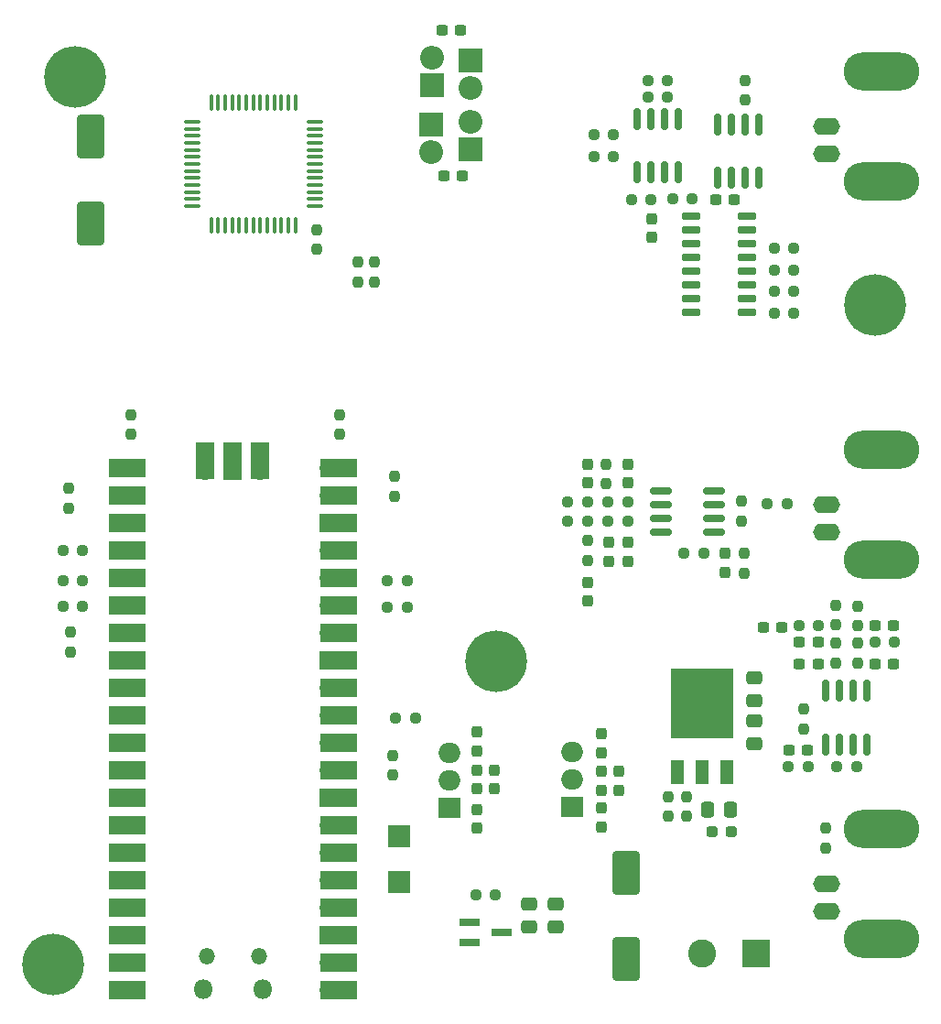
<source format=gbr>
%TF.GenerationSoftware,KiCad,Pcbnew,(6.0.0)*%
%TF.CreationDate,2022-02-27T22:59:39+01:00*%
%TF.ProjectId,board,626f6172-642e-46b6-9963-61645f706362,rev?*%
%TF.SameCoordinates,Original*%
%TF.FileFunction,Soldermask,Top*%
%TF.FilePolarity,Negative*%
%FSLAX46Y46*%
G04 Gerber Fmt 4.6, Leading zero omitted, Abs format (unit mm)*
G04 Created by KiCad (PCBNEW (6.0.0)) date 2022-02-27 22:59:39*
%MOMM*%
%LPD*%
G01*
G04 APERTURE LIST*
G04 Aperture macros list*
%AMRoundRect*
0 Rectangle with rounded corners*
0 $1 Rounding radius*
0 $2 $3 $4 $5 $6 $7 $8 $9 X,Y pos of 4 corners*
0 Add a 4 corners polygon primitive as box body*
4,1,4,$2,$3,$4,$5,$6,$7,$8,$9,$2,$3,0*
0 Add four circle primitives for the rounded corners*
1,1,$1+$1,$2,$3*
1,1,$1+$1,$4,$5*
1,1,$1+$1,$6,$7*
1,1,$1+$1,$8,$9*
0 Add four rect primitives between the rounded corners*
20,1,$1+$1,$2,$3,$4,$5,0*
20,1,$1+$1,$4,$5,$6,$7,0*
20,1,$1+$1,$6,$7,$8,$9,0*
20,1,$1+$1,$8,$9,$2,$3,0*%
G04 Aperture macros list end*
%ADD10R,2.200000X2.200000*%
%ADD11O,2.200000X2.200000*%
%ADD12RoundRect,0.237500X-0.250000X-0.237500X0.250000X-0.237500X0.250000X0.237500X-0.250000X0.237500X0*%
%ADD13RoundRect,0.237500X-0.237500X0.250000X-0.237500X-0.250000X0.237500X-0.250000X0.237500X0.250000X0*%
%ADD14RoundRect,0.237500X-0.287500X-0.237500X0.287500X-0.237500X0.287500X0.237500X-0.287500X0.237500X0*%
%ADD15RoundRect,0.237500X0.237500X-0.300000X0.237500X0.300000X-0.237500X0.300000X-0.237500X-0.300000X0*%
%ADD16RoundRect,0.150000X0.725000X0.150000X-0.725000X0.150000X-0.725000X-0.150000X0.725000X-0.150000X0*%
%ADD17R,1.900000X0.800000*%
%ADD18RoundRect,0.237500X0.250000X0.237500X-0.250000X0.237500X-0.250000X-0.237500X0.250000X-0.237500X0*%
%ADD19RoundRect,0.237500X0.237500X-0.250000X0.237500X0.250000X-0.237500X0.250000X-0.237500X-0.250000X0*%
%ADD20R,2.000000X2.000000*%
%ADD21RoundRect,0.237500X-0.237500X0.300000X-0.237500X-0.300000X0.237500X-0.300000X0.237500X0.300000X0*%
%ADD22C,5.700000*%
%ADD23RoundRect,0.150000X-0.825000X-0.150000X0.825000X-0.150000X0.825000X0.150000X-0.825000X0.150000X0*%
%ADD24RoundRect,0.250000X1.000000X-1.750000X1.000000X1.750000X-1.000000X1.750000X-1.000000X-1.750000X0*%
%ADD25RoundRect,0.250000X0.337500X0.475000X-0.337500X0.475000X-0.337500X-0.475000X0.337500X-0.475000X0*%
%ADD26RoundRect,0.150000X0.150000X-0.825000X0.150000X0.825000X-0.150000X0.825000X-0.150000X-0.825000X0*%
%ADD27RoundRect,0.237500X0.300000X0.237500X-0.300000X0.237500X-0.300000X-0.237500X0.300000X-0.237500X0*%
%ADD28RoundRect,0.250000X0.475000X-0.337500X0.475000X0.337500X-0.475000X0.337500X-0.475000X-0.337500X0*%
%ADD29RoundRect,0.100000X0.637500X-0.100000X0.637500X0.100000X-0.637500X0.100000X-0.637500X-0.100000X0*%
%ADD30RoundRect,0.100000X0.100000X-0.637500X0.100000X0.637500X-0.100000X0.637500X-0.100000X-0.637500X0*%
%ADD31RoundRect,0.237500X-0.300000X-0.237500X0.300000X-0.237500X0.300000X0.237500X-0.300000X0.237500X0*%
%ADD32RoundRect,0.237500X0.237500X-0.287500X0.237500X0.287500X-0.237500X0.287500X-0.237500X-0.287500X0*%
%ADD33O,1.800000X1.800000*%
%ADD34O,1.500000X1.500000*%
%ADD35O,1.700000X1.700000*%
%ADD36R,3.500000X1.700000*%
%ADD37R,1.700000X1.700000*%
%ADD38R,1.700000X3.500000*%
%ADD39RoundRect,0.250000X-1.000000X1.750000X-1.000000X-1.750000X1.000000X-1.750000X1.000000X1.750000X0*%
%ADD40RoundRect,0.250000X-0.475000X0.337500X-0.475000X-0.337500X0.475000X-0.337500X0.475000X0.337500X0*%
%ADD41R,1.200000X2.200000*%
%ADD42R,5.800000X6.400000*%
%ADD43RoundRect,0.150000X-0.150000X0.825000X-0.150000X-0.825000X0.150000X-0.825000X0.150000X0.825000X0*%
%ADD44O,2.000000X1.905000*%
%ADD45R,2.000000X1.905000*%
%ADD46R,2.600000X2.600000*%
%ADD47C,2.600000*%
%ADD48O,2.500000X1.600000*%
%ADD49O,7.000000X3.500000*%
G04 APERTURE END LIST*
D10*
%TO.C,D501*%
X188600000Y-37640000D03*
D11*
X188600000Y-35100000D03*
%TD*%
D10*
%TO.C,D502*%
X184975000Y-35351766D03*
D11*
X184975000Y-37891766D03*
%TD*%
D10*
%TO.C,D504*%
X185000000Y-31715000D03*
D11*
X185000000Y-29175000D03*
%TD*%
%TO.C,D503*%
X188600000Y-32000000D03*
D10*
X188600000Y-29460000D03*
%TD*%
D12*
%TO.C,R301*%
X197575000Y-72000000D03*
X199400000Y-72000000D03*
%TD*%
D13*
%TO.C,R111*%
X178200000Y-48087500D03*
X178200000Y-49912500D03*
%TD*%
D14*
%TO.C,FB203*%
X210975000Y-100750000D03*
X212725000Y-100750000D03*
%TD*%
D15*
%TO.C,C205*%
X189218750Y-95028750D03*
X189218750Y-96753750D03*
%TD*%
D16*
%TO.C,U502*%
X209025000Y-52745000D03*
X209025000Y-51475000D03*
X209025000Y-50205000D03*
X209025000Y-48935000D03*
X209025000Y-47665000D03*
X209025000Y-46395000D03*
X209025000Y-45125000D03*
X209025000Y-43855000D03*
X214175000Y-43855000D03*
X214175000Y-45125000D03*
X214175000Y-46395000D03*
X214175000Y-47665000D03*
X214175000Y-48935000D03*
X214175000Y-50205000D03*
X214175000Y-51475000D03*
X214175000Y-52745000D03*
%TD*%
D17*
%TO.C,Q201*%
X188500000Y-109087500D03*
X188500000Y-110987500D03*
X191500000Y-110037500D03*
%TD*%
D18*
%TO.C,R508*%
X204987500Y-31300000D03*
X206812500Y-31300000D03*
%TD*%
D13*
%TO.C,R108*%
X176500000Y-62175000D03*
X176500000Y-64000000D03*
%TD*%
D12*
%TO.C,R201*%
X189087500Y-106537500D03*
X190912500Y-106537500D03*
%TD*%
D19*
%TO.C,R308*%
X213900000Y-76825000D03*
X213900000Y-75000000D03*
%TD*%
D20*
%TO.C,D101*%
X182000000Y-105350000D03*
X182000000Y-101150000D03*
%TD*%
D13*
%TO.C,R103*%
X151400000Y-69000000D03*
X151400000Y-70825000D03*
%TD*%
D21*
%TO.C,C308*%
X212150000Y-75000000D03*
X212150000Y-76725000D03*
%TD*%
D13*
%TO.C,R402*%
X224387500Y-79875000D03*
X224387500Y-81700000D03*
%TD*%
D18*
%TO.C,R109*%
X181687500Y-90200000D03*
X183512500Y-90200000D03*
%TD*%
D22*
%TO.C,H102*%
X152000000Y-31000000D03*
%TD*%
D23*
%TO.C,U301*%
X206175000Y-69195000D03*
X206175000Y-70465000D03*
X206175000Y-71735000D03*
X206175000Y-73005000D03*
X211125000Y-73005000D03*
X211125000Y-71735000D03*
X211125000Y-70465000D03*
X211125000Y-69195000D03*
%TD*%
D18*
%TO.C,R112*%
X182712500Y-80000000D03*
X180887500Y-80000000D03*
%TD*%
D24*
%TO.C,C201*%
X203000000Y-112500000D03*
X203000000Y-104500000D03*
%TD*%
D25*
%TO.C,C206*%
X212637500Y-98650000D03*
X210562500Y-98650000D03*
%TD*%
D26*
%TO.C,U501*%
X211495000Y-40275000D03*
X212765000Y-40275000D03*
X214035000Y-40275000D03*
X215305000Y-40275000D03*
X215305000Y-35325000D03*
X214035000Y-35325000D03*
X212765000Y-35325000D03*
X211495000Y-35325000D03*
%TD*%
D22*
%TO.C,H104*%
X150000000Y-113000000D03*
%TD*%
D19*
%TO.C,R102*%
X157220000Y-64012500D03*
X157220000Y-62187500D03*
%TD*%
D18*
%TO.C,R501*%
X216687500Y-48800000D03*
X218512500Y-48800000D03*
%TD*%
D13*
%TO.C,R410*%
X221480000Y-100417500D03*
X221480000Y-102242500D03*
%TD*%
D27*
%TO.C,C509*%
X187700000Y-26600000D03*
X185975000Y-26600000D03*
%TD*%
D28*
%TO.C,C203*%
X196500000Y-109500000D03*
X196500000Y-107425000D03*
%TD*%
D15*
%TO.C,C304*%
X201400000Y-74000000D03*
X201400000Y-75725000D03*
%TD*%
D12*
%TO.C,R305*%
X201325000Y-70250000D03*
X203150000Y-70250000D03*
%TD*%
D19*
%TO.C,R306*%
X201150000Y-66750000D03*
X201150000Y-68575000D03*
%TD*%
D21*
%TO.C,C307*%
X203150000Y-68475000D03*
X203150000Y-66750000D03*
%TD*%
D28*
%TO.C,C212*%
X214800000Y-92575000D03*
X214800000Y-90500000D03*
%TD*%
D27*
%TO.C,C508*%
X186112500Y-40111766D03*
X187837500Y-40111766D03*
%TD*%
D18*
%TO.C,R101*%
X152712500Y-74750000D03*
X150887500Y-74750000D03*
%TD*%
D29*
%TO.C,U102*%
X162837500Y-42900000D03*
X162837500Y-42250000D03*
X162837500Y-41600000D03*
X162837500Y-40950000D03*
X162837500Y-40300000D03*
X162837500Y-39650000D03*
X162837500Y-39000000D03*
X162837500Y-38350000D03*
X162837500Y-37700000D03*
X162837500Y-37050000D03*
X162837500Y-36400000D03*
X162837500Y-35750000D03*
X162837500Y-35100000D03*
D30*
X164600000Y-33337500D03*
X165250000Y-33337500D03*
X165900000Y-33337500D03*
X166550000Y-33337500D03*
X167200000Y-33337500D03*
X167850000Y-33337500D03*
X168500000Y-33337500D03*
X169150000Y-33337500D03*
X169800000Y-33337500D03*
X170450000Y-33337500D03*
X171100000Y-33337500D03*
X171750000Y-33337500D03*
X172400000Y-33337500D03*
D29*
X174162500Y-35100000D03*
X174162500Y-35750000D03*
X174162500Y-36400000D03*
X174162500Y-37050000D03*
X174162500Y-37700000D03*
X174162500Y-38350000D03*
X174162500Y-39000000D03*
X174162500Y-39650000D03*
X174162500Y-40300000D03*
X174162500Y-40950000D03*
X174162500Y-41600000D03*
X174162500Y-42250000D03*
X174162500Y-42900000D03*
D30*
X172400000Y-44662500D03*
X171750000Y-44662500D03*
X171100000Y-44662500D03*
X170450000Y-44662500D03*
X169800000Y-44662500D03*
X169150000Y-44662500D03*
X168500000Y-44662500D03*
X167850000Y-44662500D03*
X167200000Y-44662500D03*
X166550000Y-44662500D03*
X165900000Y-44662500D03*
X165250000Y-44662500D03*
X164600000Y-44662500D03*
%TD*%
D13*
%TO.C,R404*%
X222387500Y-83287500D03*
X222387500Y-85112500D03*
%TD*%
%TO.C,R405*%
X224387500Y-83287500D03*
X224387500Y-85112500D03*
%TD*%
%TO.C,R401*%
X222387500Y-79787500D03*
X222387500Y-81612500D03*
%TD*%
D12*
%TO.C,R310*%
X216025000Y-70400000D03*
X217850000Y-70400000D03*
%TD*%
D13*
%TO.C,R110*%
X179700000Y-48087500D03*
X179700000Y-49912500D03*
%TD*%
D18*
%TO.C,R105*%
X152712500Y-79900000D03*
X150887500Y-79900000D03*
%TD*%
D21*
%TO.C,C210*%
X200722500Y-91677500D03*
X200722500Y-93402500D03*
%TD*%
D31*
%TO.C,C405*%
X217387500Y-81837500D03*
X215662500Y-81837500D03*
%TD*%
D18*
%TO.C,R104*%
X152712500Y-77500000D03*
X150887500Y-77500000D03*
%TD*%
D12*
%TO.C,R409*%
X222475000Y-94700000D03*
X224300000Y-94700000D03*
%TD*%
%TO.C,R408*%
X217975000Y-94700000D03*
X219800000Y-94700000D03*
%TD*%
D21*
%TO.C,C211*%
X189218750Y-91528750D03*
X189218750Y-93253750D03*
%TD*%
D27*
%TO.C,C407*%
X227750000Y-85200000D03*
X226025000Y-85200000D03*
%TD*%
%TO.C,C408*%
X219750000Y-93200000D03*
X218025000Y-93200000D03*
%TD*%
D18*
%TO.C,R403*%
X220800000Y-81700000D03*
X218975000Y-81700000D03*
%TD*%
%TO.C,R504*%
X216687500Y-50800000D03*
X218512500Y-50800000D03*
%TD*%
D32*
%TO.C,FB201*%
X200722500Y-100265000D03*
X200722500Y-98515000D03*
%TD*%
D13*
%TO.C,R407*%
X219387500Y-89375000D03*
X219387500Y-91200000D03*
%TD*%
D33*
%TO.C,U101*%
X163885000Y-115270000D03*
D34*
X164185000Y-112240000D03*
X169035000Y-112240000D03*
D33*
X169335000Y-115270000D03*
D35*
X175500000Y-115400000D03*
D36*
X176400000Y-115400000D03*
D35*
X175500000Y-112860000D03*
D36*
X176400000Y-112860000D03*
X176400000Y-110320000D03*
D37*
X175500000Y-110320000D03*
D36*
X176400000Y-107780000D03*
D35*
X175500000Y-107780000D03*
X175500000Y-105240000D03*
D36*
X176400000Y-105240000D03*
X176400000Y-102700000D03*
D35*
X175500000Y-102700000D03*
X175500000Y-100160000D03*
D36*
X176400000Y-100160000D03*
D37*
X175500000Y-97620000D03*
D36*
X176400000Y-97620000D03*
X176400000Y-95080000D03*
D35*
X175500000Y-95080000D03*
X175500000Y-92540000D03*
D36*
X176400000Y-92540000D03*
X176400000Y-90000000D03*
D35*
X175500000Y-90000000D03*
D36*
X176400000Y-87460000D03*
D35*
X175500000Y-87460000D03*
D37*
X175500000Y-84920000D03*
D36*
X176400000Y-84920000D03*
X176400000Y-82380000D03*
D35*
X175500000Y-82380000D03*
X175500000Y-79840000D03*
D36*
X176400000Y-79840000D03*
D35*
X175500000Y-77300000D03*
D36*
X176400000Y-77300000D03*
D35*
X175500000Y-74760000D03*
D36*
X176400000Y-74760000D03*
D37*
X175500000Y-72220000D03*
D36*
X176400000Y-72220000D03*
X176400000Y-69680000D03*
D35*
X175500000Y-69680000D03*
X175500000Y-67140000D03*
D36*
X176400000Y-67140000D03*
D35*
X157720000Y-67140000D03*
D36*
X156820000Y-67140000D03*
D35*
X157720000Y-69680000D03*
D36*
X156820000Y-69680000D03*
D37*
X157720000Y-72220000D03*
D36*
X156820000Y-72220000D03*
X156820000Y-74760000D03*
D35*
X157720000Y-74760000D03*
X157720000Y-77300000D03*
D36*
X156820000Y-77300000D03*
D35*
X157720000Y-79840000D03*
D36*
X156820000Y-79840000D03*
D35*
X157720000Y-82380000D03*
D36*
X156820000Y-82380000D03*
X156820000Y-84920000D03*
D37*
X157720000Y-84920000D03*
D36*
X156820000Y-87460000D03*
D35*
X157720000Y-87460000D03*
X157720000Y-90000000D03*
D36*
X156820000Y-90000000D03*
X156820000Y-92540000D03*
D35*
X157720000Y-92540000D03*
X157720000Y-95080000D03*
D36*
X156820000Y-95080000D03*
D37*
X157720000Y-97620000D03*
D36*
X156820000Y-97620000D03*
X156820000Y-100160000D03*
D35*
X157720000Y-100160000D03*
D36*
X156820000Y-102700000D03*
D35*
X157720000Y-102700000D03*
D36*
X156820000Y-105240000D03*
D35*
X157720000Y-105240000D03*
X157720000Y-107780000D03*
D36*
X156820000Y-107780000D03*
X156820000Y-110320000D03*
D37*
X157720000Y-110320000D03*
D35*
X157720000Y-112860000D03*
D36*
X156820000Y-112860000D03*
D35*
X157720000Y-115400000D03*
D36*
X156820000Y-115400000D03*
D35*
X169150000Y-67370000D03*
D38*
X169150000Y-66470000D03*
X166610000Y-66470000D03*
D37*
X166610000Y-67370000D03*
D38*
X164070000Y-66470000D03*
D35*
X164070000Y-67370000D03*
%TD*%
D15*
%TO.C,C306*%
X203150000Y-75725000D03*
X203150000Y-74000000D03*
%TD*%
D12*
%TO.C,R302*%
X197575000Y-70250000D03*
X199400000Y-70250000D03*
%TD*%
D18*
%TO.C,R502*%
X216687500Y-46800000D03*
X218512500Y-46800000D03*
%TD*%
D32*
%TO.C,FB202*%
X189218750Y-100403750D03*
X189218750Y-98653750D03*
%TD*%
D13*
%TO.C,R203*%
X206850000Y-97500000D03*
X206850000Y-99325000D03*
%TD*%
D18*
%TO.C,R505*%
X207287500Y-42200000D03*
X209112500Y-42200000D03*
%TD*%
D39*
%TO.C,C110*%
X153500000Y-36500000D03*
X153500000Y-44500000D03*
%TD*%
D18*
%TO.C,R115*%
X182712500Y-77500000D03*
X180887500Y-77500000D03*
%TD*%
D19*
%TO.C,R309*%
X213650000Y-70175000D03*
X213650000Y-72000000D03*
%TD*%
D15*
%TO.C,C507*%
X205400000Y-44075000D03*
X205400000Y-45800000D03*
%TD*%
D31*
%TO.C,C404*%
X219025000Y-83200000D03*
X220750000Y-83200000D03*
%TD*%
D15*
%TO.C,C305*%
X199400000Y-79400000D03*
X199400000Y-77675000D03*
%TD*%
D19*
%TO.C,R202*%
X208600000Y-99325000D03*
X208600000Y-97500000D03*
%TD*%
D40*
%TO.C,C209*%
X214800000Y-86500000D03*
X214800000Y-88575000D03*
%TD*%
D41*
%TO.C,U201*%
X207720000Y-95200000D03*
X210000000Y-95200000D03*
D42*
X210000000Y-88900000D03*
D41*
X212280000Y-95200000D03*
%TD*%
D13*
%TO.C,R107*%
X181400000Y-93687500D03*
X181400000Y-95512500D03*
%TD*%
D22*
%TO.C,H103*%
X191000000Y-85000000D03*
%TD*%
D15*
%TO.C,C207*%
X202272500Y-96902500D03*
X202272500Y-95177500D03*
%TD*%
D13*
%TO.C,R506*%
X214035000Y-33112500D03*
X214035000Y-31287500D03*
%TD*%
%TO.C,R303*%
X199400000Y-73837500D03*
X199400000Y-75662500D03*
%TD*%
D22*
%TO.C,H101*%
X226000000Y-52000000D03*
%TD*%
D12*
%TO.C,R406*%
X225975000Y-83200000D03*
X227800000Y-83200000D03*
%TD*%
D13*
%TO.C,R114*%
X174400000Y-45087500D03*
X174400000Y-46912500D03*
%TD*%
D12*
%TO.C,R304*%
X201325000Y-72000000D03*
X203150000Y-72000000D03*
%TD*%
D15*
%TO.C,C208*%
X190768750Y-95041250D03*
X190768750Y-96766250D03*
%TD*%
D18*
%TO.C,R507*%
X203487500Y-42300000D03*
X205312500Y-42300000D03*
%TD*%
D13*
%TO.C,R113*%
X181600000Y-69712500D03*
X181600000Y-67887500D03*
%TD*%
D31*
%TO.C,C406*%
X219025000Y-85200000D03*
X220750000Y-85200000D03*
%TD*%
%TO.C,C403*%
X226025000Y-81700000D03*
X227750000Y-81700000D03*
%TD*%
D28*
%TO.C,C202*%
X194000000Y-109500000D03*
X194000000Y-107425000D03*
%TD*%
D12*
%TO.C,R307*%
X208325000Y-75000000D03*
X210150000Y-75000000D03*
%TD*%
D18*
%TO.C,R503*%
X216687500Y-52800000D03*
X218512500Y-52800000D03*
%TD*%
D43*
%TO.C,U401*%
X225292500Y-87725000D03*
X224022500Y-87725000D03*
X222752500Y-87725000D03*
X221482500Y-87725000D03*
X221482500Y-92675000D03*
X222752500Y-92675000D03*
X224022500Y-92675000D03*
X225292500Y-92675000D03*
%TD*%
D13*
%TO.C,R106*%
X151600000Y-82275000D03*
X151600000Y-84100000D03*
%TD*%
D18*
%TO.C,R511*%
X201812500Y-36300000D03*
X199987500Y-36300000D03*
%TD*%
D26*
%TO.C,U503*%
X203995000Y-34825000D03*
X205265000Y-34825000D03*
X206535000Y-34825000D03*
X207805000Y-34825000D03*
X207805000Y-39775000D03*
X206535000Y-39775000D03*
X205265000Y-39775000D03*
X203995000Y-39775000D03*
%TD*%
D15*
%TO.C,C303*%
X199400000Y-66750000D03*
X199400000Y-68475000D03*
%TD*%
D18*
%TO.C,R509*%
X204987500Y-32800000D03*
X206812500Y-32800000D03*
%TD*%
D15*
%TO.C,C204*%
X200722500Y-96902500D03*
X200722500Y-95177500D03*
%TD*%
D18*
%TO.C,R510*%
X199987500Y-38300000D03*
X201812500Y-38300000D03*
%TD*%
D27*
%TO.C,C502*%
X211285000Y-42300000D03*
X213010000Y-42300000D03*
%TD*%
D44*
%TO.C,U202*%
X197967500Y-93350000D03*
X197967500Y-95890000D03*
D45*
X197967500Y-98430000D03*
%TD*%
D46*
%TO.C,J202*%
X215000000Y-112000000D03*
D47*
X210000000Y-112000000D03*
%TD*%
D48*
%TO.C,J401*%
X221507500Y-105530000D03*
D49*
X226587500Y-100450000D03*
X226587500Y-110610000D03*
D48*
X221507500Y-108070000D03*
%TD*%
D45*
%TO.C,U203*%
X186663750Y-98481250D03*
D44*
X186663750Y-95941250D03*
X186663750Y-93401250D03*
%TD*%
D48*
%TO.C,J301*%
X221500000Y-70500000D03*
D49*
X226580000Y-65420000D03*
X226580000Y-75580000D03*
D48*
X221500000Y-73040000D03*
%TD*%
%TO.C,J501*%
X221500000Y-35500000D03*
D49*
X226580000Y-40580000D03*
X226580000Y-30420000D03*
D48*
X221500000Y-38040000D03*
%TD*%
M02*

</source>
